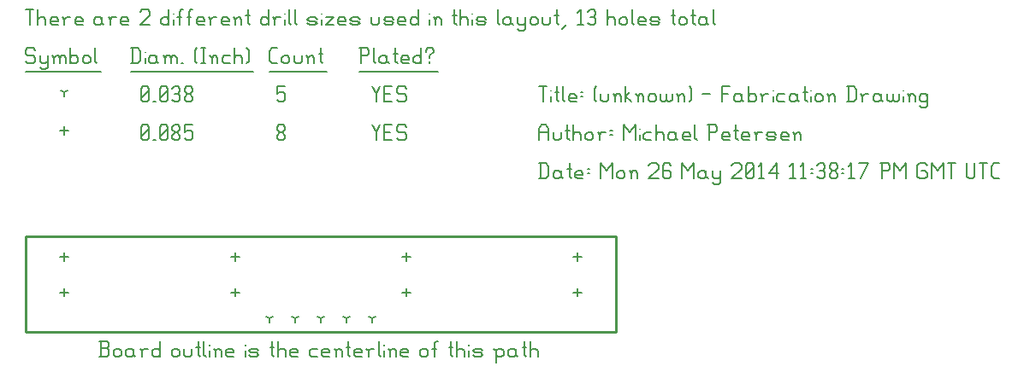
<source format=gbr>
G04 start of page 12 for group -3984 idx -3984 *
G04 Title: (unknown), fab *
G04 Creator: pcb 20110918 *
G04 CreationDate: Mon 26 May 2014 11:38:17 PM GMT UTC *
G04 For: railfan *
G04 Format: Gerber/RS-274X *
G04 PCB-Dimensions: 230000 37500 *
G04 PCB-Coordinate-Origin: lower left *
%MOIN*%
%FSLAX25Y25*%
%LNFAB*%
%ADD37C,0.0100*%
%ADD36C,0.0075*%
%ADD35C,0.0060*%
%ADD34C,0.0080*%
G54D34*X15000Y17200D02*Y14000D01*
X13400Y15600D02*X16600D01*
X15000Y31000D02*Y27800D01*
X13400Y29400D02*X16600D01*
X81700Y17200D02*Y14000D01*
X80100Y15600D02*X83300D01*
X81700Y31000D02*Y27800D01*
X80100Y29400D02*X83300D01*
X148300Y17200D02*Y14000D01*
X146700Y15600D02*X149900D01*
X148300Y31000D02*Y27800D01*
X146700Y29400D02*X149900D01*
X215000Y17200D02*Y14000D01*
X213400Y15600D02*X216600D01*
X215000Y31000D02*Y27800D01*
X213400Y29400D02*X216600D01*
X15000Y80350D02*Y77150D01*
X13400Y78750D02*X16600D01*
G54D35*X135000Y81000D02*X136500Y78000D01*
X138000Y81000D01*
X136500Y78000D02*Y75000D01*
X139800Y78300D02*X142050D01*
X139800Y75000D02*X142800D01*
X139800Y81000D02*Y75000D01*
Y81000D02*X142800D01*
X147600D02*X148350Y80250D01*
X145350Y81000D02*X147600D01*
X144600Y80250D02*X145350Y81000D01*
X144600Y80250D02*Y78750D01*
X145350Y78000D01*
X147600D01*
X148350Y77250D01*
Y75750D01*
X147600Y75000D02*X148350Y75750D01*
X145350Y75000D02*X147600D01*
X144600Y75750D02*X145350Y75000D01*
X98000Y75750D02*X98750Y75000D01*
X98000Y76950D02*Y75750D01*
Y76950D02*X99050Y78000D01*
X99950D01*
X101000Y76950D01*
Y75750D01*
X100250Y75000D02*X101000Y75750D01*
X98750Y75000D02*X100250D01*
X98000Y79050D02*X99050Y78000D01*
X98000Y80250D02*Y79050D01*
Y80250D02*X98750Y81000D01*
X100250D01*
X101000Y80250D01*
Y79050D01*
X99950Y78000D02*X101000Y79050D01*
X45000Y75750D02*X45750Y75000D01*
X45000Y80250D02*Y75750D01*
Y80250D02*X45750Y81000D01*
X47250D01*
X48000Y80250D01*
Y75750D01*
X47250Y75000D02*X48000Y75750D01*
X45750Y75000D02*X47250D01*
X45000Y76500D02*X48000Y79500D01*
X49800Y75000D02*X50550D01*
X52350Y75750D02*X53100Y75000D01*
X52350Y80250D02*Y75750D01*
Y80250D02*X53100Y81000D01*
X54600D01*
X55350Y80250D01*
Y75750D01*
X54600Y75000D02*X55350Y75750D01*
X53100Y75000D02*X54600D01*
X52350Y76500D02*X55350Y79500D01*
X57150Y75750D02*X57900Y75000D01*
X57150Y76950D02*Y75750D01*
Y76950D02*X58200Y78000D01*
X59100D01*
X60150Y76950D01*
Y75750D01*
X59400Y75000D02*X60150Y75750D01*
X57900Y75000D02*X59400D01*
X57150Y79050D02*X58200Y78000D01*
X57150Y80250D02*Y79050D01*
Y80250D02*X57900Y81000D01*
X59400D01*
X60150Y80250D01*
Y79050D01*
X59100Y78000D02*X60150Y79050D01*
X61950Y81000D02*X64950D01*
X61950D02*Y78000D01*
X62700Y78750D01*
X64200D01*
X64950Y78000D01*
Y75750D01*
X64200Y75000D02*X64950Y75750D01*
X62700Y75000D02*X64200D01*
X61950Y75750D02*X62700Y75000D01*
X135000Y5500D02*Y3900D01*
Y5500D02*X136387Y6300D01*
X135000Y5500D02*X133613Y6300D01*
X125000Y5500D02*Y3900D01*
Y5500D02*X126387Y6300D01*
X125000Y5500D02*X123613Y6300D01*
X115000Y5500D02*Y3900D01*
Y5500D02*X116387Y6300D01*
X115000Y5500D02*X113613Y6300D01*
X105000Y5500D02*Y3900D01*
Y5500D02*X106387Y6300D01*
X105000Y5500D02*X103613Y6300D01*
X95000Y5500D02*Y3900D01*
Y5500D02*X96387Y6300D01*
X95000Y5500D02*X93613Y6300D01*
X15000Y93750D02*Y92150D01*
Y93750D02*X16387Y94550D01*
X15000Y93750D02*X13613Y94550D01*
X135000Y96000D02*X136500Y93000D01*
X138000Y96000D01*
X136500Y93000D02*Y90000D01*
X139800Y93300D02*X142050D01*
X139800Y90000D02*X142800D01*
X139800Y96000D02*Y90000D01*
Y96000D02*X142800D01*
X147600D02*X148350Y95250D01*
X145350Y96000D02*X147600D01*
X144600Y95250D02*X145350Y96000D01*
X144600Y95250D02*Y93750D01*
X145350Y93000D01*
X147600D01*
X148350Y92250D01*
Y90750D01*
X147600Y90000D02*X148350Y90750D01*
X145350Y90000D02*X147600D01*
X144600Y90750D02*X145350Y90000D01*
X98000Y96000D02*X101000D01*
X98000D02*Y93000D01*
X98750Y93750D01*
X100250D01*
X101000Y93000D01*
Y90750D01*
X100250Y90000D02*X101000Y90750D01*
X98750Y90000D02*X100250D01*
X98000Y90750D02*X98750Y90000D01*
X45000Y90750D02*X45750Y90000D01*
X45000Y95250D02*Y90750D01*
Y95250D02*X45750Y96000D01*
X47250D01*
X48000Y95250D01*
Y90750D01*
X47250Y90000D02*X48000Y90750D01*
X45750Y90000D02*X47250D01*
X45000Y91500D02*X48000Y94500D01*
X49800Y90000D02*X50550D01*
X52350Y90750D02*X53100Y90000D01*
X52350Y95250D02*Y90750D01*
Y95250D02*X53100Y96000D01*
X54600D01*
X55350Y95250D01*
Y90750D01*
X54600Y90000D02*X55350Y90750D01*
X53100Y90000D02*X54600D01*
X52350Y91500D02*X55350Y94500D01*
X57150Y95250D02*X57900Y96000D01*
X59400D01*
X60150Y95250D01*
X59400Y90000D02*X60150Y90750D01*
X57900Y90000D02*X59400D01*
X57150Y90750D02*X57900Y90000D01*
Y93300D02*X59400D01*
X60150Y95250D02*Y94050D01*
Y92550D02*Y90750D01*
Y92550D02*X59400Y93300D01*
X60150Y94050D02*X59400Y93300D01*
X61950Y90750D02*X62700Y90000D01*
X61950Y91950D02*Y90750D01*
Y91950D02*X63000Y93000D01*
X63900D01*
X64950Y91950D01*
Y90750D01*
X64200Y90000D02*X64950Y90750D01*
X62700Y90000D02*X64200D01*
X61950Y94050D02*X63000Y93000D01*
X61950Y95250D02*Y94050D01*
Y95250D02*X62700Y96000D01*
X64200D01*
X64950Y95250D01*
Y94050D01*
X63900Y93000D02*X64950Y94050D01*
X3000Y111000D02*X3750Y110250D01*
X750Y111000D02*X3000D01*
X0Y110250D02*X750Y111000D01*
X0Y110250D02*Y108750D01*
X750Y108000D01*
X3000D01*
X3750Y107250D01*
Y105750D01*
X3000Y105000D02*X3750Y105750D01*
X750Y105000D02*X3000D01*
X0Y105750D02*X750Y105000D01*
X5550Y108000D02*Y105750D01*
X6300Y105000D01*
X8550Y108000D02*Y103500D01*
X7800Y102750D02*X8550Y103500D01*
X6300Y102750D02*X7800D01*
X5550Y103500D02*X6300Y102750D01*
Y105000D02*X7800D01*
X8550Y105750D01*
X11100Y107250D02*Y105000D01*
Y107250D02*X11850Y108000D01*
X12600D01*
X13350Y107250D01*
Y105000D01*
Y107250D02*X14100Y108000D01*
X14850D01*
X15600Y107250D01*
Y105000D01*
X10350Y108000D02*X11100Y107250D01*
X17400Y111000D02*Y105000D01*
Y105750D02*X18150Y105000D01*
X19650D01*
X20400Y105750D01*
Y107250D02*Y105750D01*
X19650Y108000D02*X20400Y107250D01*
X18150Y108000D02*X19650D01*
X17400Y107250D02*X18150Y108000D01*
X22200Y107250D02*Y105750D01*
Y107250D02*X22950Y108000D01*
X24450D01*
X25200Y107250D01*
Y105750D01*
X24450Y105000D02*X25200Y105750D01*
X22950Y105000D02*X24450D01*
X22200Y105750D02*X22950Y105000D01*
X27000Y111000D02*Y105750D01*
X27750Y105000D01*
X0Y101750D02*X29250D01*
X41750Y111000D02*Y105000D01*
X43700Y111000D02*X44750Y109950D01*
Y106050D01*
X43700Y105000D02*X44750Y106050D01*
X41000Y105000D02*X43700D01*
X41000Y111000D02*X43700D01*
G54D36*X46550Y109500D02*Y109350D01*
G54D35*Y107250D02*Y105000D01*
X50300Y108000D02*X51050Y107250D01*
X48800Y108000D02*X50300D01*
X48050Y107250D02*X48800Y108000D01*
X48050Y107250D02*Y105750D01*
X48800Y105000D01*
X51050Y108000D02*Y105750D01*
X51800Y105000D01*
X48800D02*X50300D01*
X51050Y105750D01*
X54350Y107250D02*Y105000D01*
Y107250D02*X55100Y108000D01*
X55850D01*
X56600Y107250D01*
Y105000D01*
Y107250D02*X57350Y108000D01*
X58100D01*
X58850Y107250D01*
Y105000D01*
X53600Y108000D02*X54350Y107250D01*
X60650Y105000D02*X61400D01*
X65900Y105750D02*X66650Y105000D01*
X65900Y110250D02*X66650Y111000D01*
X65900Y110250D02*Y105750D01*
X68450Y111000D02*X69950D01*
X69200D02*Y105000D01*
X68450D02*X69950D01*
X72500Y107250D02*Y105000D01*
Y107250D02*X73250Y108000D01*
X74000D01*
X74750Y107250D01*
Y105000D01*
X71750Y108000D02*X72500Y107250D01*
X77300Y108000D02*X79550D01*
X76550Y107250D02*X77300Y108000D01*
X76550Y107250D02*Y105750D01*
X77300Y105000D01*
X79550D01*
X81350Y111000D02*Y105000D01*
Y107250D02*X82100Y108000D01*
X83600D01*
X84350Y107250D01*
Y105000D01*
X86150Y111000D02*X86900Y110250D01*
Y105750D01*
X86150Y105000D02*X86900Y105750D01*
X41000Y101750D02*X88700D01*
X96050Y105000D02*X98000D01*
X95000Y106050D02*X96050Y105000D01*
X95000Y109950D02*Y106050D01*
Y109950D02*X96050Y111000D01*
X98000D01*
X99800Y107250D02*Y105750D01*
Y107250D02*X100550Y108000D01*
X102050D01*
X102800Y107250D01*
Y105750D01*
X102050Y105000D02*X102800Y105750D01*
X100550Y105000D02*X102050D01*
X99800Y105750D02*X100550Y105000D01*
X104600Y108000D02*Y105750D01*
X105350Y105000D01*
X106850D01*
X107600Y105750D01*
Y108000D02*Y105750D01*
X110150Y107250D02*Y105000D01*
Y107250D02*X110900Y108000D01*
X111650D01*
X112400Y107250D01*
Y105000D01*
X109400Y108000D02*X110150Y107250D01*
X114950Y111000D02*Y105750D01*
X115700Y105000D01*
X114200Y108750D02*X115700D01*
X95000Y101750D02*X117200D01*
X130750Y111000D02*Y105000D01*
X130000Y111000D02*X133000D01*
X133750Y110250D01*
Y108750D01*
X133000Y108000D02*X133750Y108750D01*
X130750Y108000D02*X133000D01*
X135550Y111000D02*Y105750D01*
X136300Y105000D01*
X140050Y108000D02*X140800Y107250D01*
X138550Y108000D02*X140050D01*
X137800Y107250D02*X138550Y108000D01*
X137800Y107250D02*Y105750D01*
X138550Y105000D01*
X140800Y108000D02*Y105750D01*
X141550Y105000D01*
X138550D02*X140050D01*
X140800Y105750D01*
X144100Y111000D02*Y105750D01*
X144850Y105000D01*
X143350Y108750D02*X144850D01*
X147100Y105000D02*X149350D01*
X146350Y105750D02*X147100Y105000D01*
X146350Y107250D02*Y105750D01*
Y107250D02*X147100Y108000D01*
X148600D01*
X149350Y107250D01*
X146350Y106500D02*X149350D01*
Y107250D02*Y106500D01*
X154150Y111000D02*Y105000D01*
X153400D02*X154150Y105750D01*
X151900Y105000D02*X153400D01*
X151150Y105750D02*X151900Y105000D01*
X151150Y107250D02*Y105750D01*
Y107250D02*X151900Y108000D01*
X153400D01*
X154150Y107250D01*
X157450Y108000D02*Y107250D01*
Y105750D02*Y105000D01*
X155950Y110250D02*Y109500D01*
Y110250D02*X156700Y111000D01*
X158200D01*
X158950Y110250D01*
Y109500D01*
X157450Y108000D02*X158950Y109500D01*
X130000Y101750D02*X160750D01*
X0Y126000D02*X3000D01*
X1500D02*Y120000D01*
X4800Y126000D02*Y120000D01*
Y122250D02*X5550Y123000D01*
X7050D01*
X7800Y122250D01*
Y120000D01*
X10350D02*X12600D01*
X9600Y120750D02*X10350Y120000D01*
X9600Y122250D02*Y120750D01*
Y122250D02*X10350Y123000D01*
X11850D01*
X12600Y122250D01*
X9600Y121500D02*X12600D01*
Y122250D02*Y121500D01*
X15150Y122250D02*Y120000D01*
Y122250D02*X15900Y123000D01*
X17400D01*
X14400D02*X15150Y122250D01*
X19950Y120000D02*X22200D01*
X19200Y120750D02*X19950Y120000D01*
X19200Y122250D02*Y120750D01*
Y122250D02*X19950Y123000D01*
X21450D01*
X22200Y122250D01*
X19200Y121500D02*X22200D01*
Y122250D02*Y121500D01*
X28950Y123000D02*X29700Y122250D01*
X27450Y123000D02*X28950D01*
X26700Y122250D02*X27450Y123000D01*
X26700Y122250D02*Y120750D01*
X27450Y120000D01*
X29700Y123000D02*Y120750D01*
X30450Y120000D01*
X27450D02*X28950D01*
X29700Y120750D01*
X33000Y122250D02*Y120000D01*
Y122250D02*X33750Y123000D01*
X35250D01*
X32250D02*X33000Y122250D01*
X37800Y120000D02*X40050D01*
X37050Y120750D02*X37800Y120000D01*
X37050Y122250D02*Y120750D01*
Y122250D02*X37800Y123000D01*
X39300D01*
X40050Y122250D01*
X37050Y121500D02*X40050D01*
Y122250D02*Y121500D01*
X44550Y125250D02*X45300Y126000D01*
X47550D01*
X48300Y125250D01*
Y123750D01*
X44550Y120000D02*X48300Y123750D01*
X44550Y120000D02*X48300D01*
X55800Y126000D02*Y120000D01*
X55050D02*X55800Y120750D01*
X53550Y120000D02*X55050D01*
X52800Y120750D02*X53550Y120000D01*
X52800Y122250D02*Y120750D01*
Y122250D02*X53550Y123000D01*
X55050D01*
X55800Y122250D01*
G54D36*X57600Y124500D02*Y124350D01*
G54D35*Y122250D02*Y120000D01*
X59850Y125250D02*Y120000D01*
Y125250D02*X60600Y126000D01*
X61350D01*
X59100Y123000D02*X60600D01*
X63600Y125250D02*Y120000D01*
Y125250D02*X64350Y126000D01*
X65100D01*
X62850Y123000D02*X64350D01*
X67350Y120000D02*X69600D01*
X66600Y120750D02*X67350Y120000D01*
X66600Y122250D02*Y120750D01*
Y122250D02*X67350Y123000D01*
X68850D01*
X69600Y122250D01*
X66600Y121500D02*X69600D01*
Y122250D02*Y121500D01*
X72150Y122250D02*Y120000D01*
Y122250D02*X72900Y123000D01*
X74400D01*
X71400D02*X72150Y122250D01*
X76950Y120000D02*X79200D01*
X76200Y120750D02*X76950Y120000D01*
X76200Y122250D02*Y120750D01*
Y122250D02*X76950Y123000D01*
X78450D01*
X79200Y122250D01*
X76200Y121500D02*X79200D01*
Y122250D02*Y121500D01*
X81750Y122250D02*Y120000D01*
Y122250D02*X82500Y123000D01*
X83250D01*
X84000Y122250D01*
Y120000D01*
X81000Y123000D02*X81750Y122250D01*
X86550Y126000D02*Y120750D01*
X87300Y120000D01*
X85800Y123750D02*X87300D01*
X94500Y126000D02*Y120000D01*
X93750D02*X94500Y120750D01*
X92250Y120000D02*X93750D01*
X91500Y120750D02*X92250Y120000D01*
X91500Y122250D02*Y120750D01*
Y122250D02*X92250Y123000D01*
X93750D01*
X94500Y122250D01*
X97050D02*Y120000D01*
Y122250D02*X97800Y123000D01*
X99300D01*
X96300D02*X97050Y122250D01*
G54D36*X101100Y124500D02*Y124350D01*
G54D35*Y122250D02*Y120000D01*
X102600Y126000D02*Y120750D01*
X103350Y120000D01*
X104850Y126000D02*Y120750D01*
X105600Y120000D01*
X110550D02*X112800D01*
X113550Y120750D01*
X112800Y121500D02*X113550Y120750D01*
X110550Y121500D02*X112800D01*
X109800Y122250D02*X110550Y121500D01*
X109800Y122250D02*X110550Y123000D01*
X112800D01*
X113550Y122250D01*
X109800Y120750D02*X110550Y120000D01*
G54D36*X115350Y124500D02*Y124350D01*
G54D35*Y122250D02*Y120000D01*
X116850Y123000D02*X119850D01*
X116850Y120000D02*X119850Y123000D01*
X116850Y120000D02*X119850D01*
X122400D02*X124650D01*
X121650Y120750D02*X122400Y120000D01*
X121650Y122250D02*Y120750D01*
Y122250D02*X122400Y123000D01*
X123900D01*
X124650Y122250D01*
X121650Y121500D02*X124650D01*
Y122250D02*Y121500D01*
X127200Y120000D02*X129450D01*
X130200Y120750D01*
X129450Y121500D02*X130200Y120750D01*
X127200Y121500D02*X129450D01*
X126450Y122250D02*X127200Y121500D01*
X126450Y122250D02*X127200Y123000D01*
X129450D01*
X130200Y122250D01*
X126450Y120750D02*X127200Y120000D01*
X134700Y123000D02*Y120750D01*
X135450Y120000D01*
X136950D01*
X137700Y120750D01*
Y123000D02*Y120750D01*
X140250Y120000D02*X142500D01*
X143250Y120750D01*
X142500Y121500D02*X143250Y120750D01*
X140250Y121500D02*X142500D01*
X139500Y122250D02*X140250Y121500D01*
X139500Y122250D02*X140250Y123000D01*
X142500D01*
X143250Y122250D01*
X139500Y120750D02*X140250Y120000D01*
X145800D02*X148050D01*
X145050Y120750D02*X145800Y120000D01*
X145050Y122250D02*Y120750D01*
Y122250D02*X145800Y123000D01*
X147300D01*
X148050Y122250D01*
X145050Y121500D02*X148050D01*
Y122250D02*Y121500D01*
X152850Y126000D02*Y120000D01*
X152100D02*X152850Y120750D01*
X150600Y120000D02*X152100D01*
X149850Y120750D02*X150600Y120000D01*
X149850Y122250D02*Y120750D01*
Y122250D02*X150600Y123000D01*
X152100D01*
X152850Y122250D01*
G54D36*X157350Y124500D02*Y124350D01*
G54D35*Y122250D02*Y120000D01*
X159600Y122250D02*Y120000D01*
Y122250D02*X160350Y123000D01*
X161100D01*
X161850Y122250D01*
Y120000D01*
X158850Y123000D02*X159600Y122250D01*
X167100Y126000D02*Y120750D01*
X167850Y120000D01*
X166350Y123750D02*X167850D01*
X169350Y126000D02*Y120000D01*
Y122250D02*X170100Y123000D01*
X171600D01*
X172350Y122250D01*
Y120000D01*
G54D36*X174150Y124500D02*Y124350D01*
G54D35*Y122250D02*Y120000D01*
X176400D02*X178650D01*
X179400Y120750D01*
X178650Y121500D02*X179400Y120750D01*
X176400Y121500D02*X178650D01*
X175650Y122250D02*X176400Y121500D01*
X175650Y122250D02*X176400Y123000D01*
X178650D01*
X179400Y122250D01*
X175650Y120750D02*X176400Y120000D01*
X183900Y126000D02*Y120750D01*
X184650Y120000D01*
X188400Y123000D02*X189150Y122250D01*
X186900Y123000D02*X188400D01*
X186150Y122250D02*X186900Y123000D01*
X186150Y122250D02*Y120750D01*
X186900Y120000D01*
X189150Y123000D02*Y120750D01*
X189900Y120000D01*
X186900D02*X188400D01*
X189150Y120750D01*
X191700Y123000D02*Y120750D01*
X192450Y120000D01*
X194700Y123000D02*Y118500D01*
X193950Y117750D02*X194700Y118500D01*
X192450Y117750D02*X193950D01*
X191700Y118500D02*X192450Y117750D01*
Y120000D02*X193950D01*
X194700Y120750D01*
X196500Y122250D02*Y120750D01*
Y122250D02*X197250Y123000D01*
X198750D01*
X199500Y122250D01*
Y120750D01*
X198750Y120000D02*X199500Y120750D01*
X197250Y120000D02*X198750D01*
X196500Y120750D02*X197250Y120000D01*
X201300Y123000D02*Y120750D01*
X202050Y120000D01*
X203550D01*
X204300Y120750D01*
Y123000D02*Y120750D01*
X206850Y126000D02*Y120750D01*
X207600Y120000D01*
X206100Y123750D02*X207600D01*
X209100Y118500D02*X210600Y120000D01*
X215100Y124800D02*X216300Y126000D01*
Y120000D01*
X215100D02*X217350D01*
X219150Y125250D02*X219900Y126000D01*
X221400D01*
X222150Y125250D01*
X221400Y120000D02*X222150Y120750D01*
X219900Y120000D02*X221400D01*
X219150Y120750D02*X219900Y120000D01*
Y123300D02*X221400D01*
X222150Y125250D02*Y124050D01*
Y122550D02*Y120750D01*
Y122550D02*X221400Y123300D01*
X222150Y124050D02*X221400Y123300D01*
X226650Y126000D02*Y120000D01*
Y122250D02*X227400Y123000D01*
X228900D01*
X229650Y122250D01*
Y120000D01*
X231450Y122250D02*Y120750D01*
Y122250D02*X232200Y123000D01*
X233700D01*
X234450Y122250D01*
Y120750D01*
X233700Y120000D02*X234450Y120750D01*
X232200Y120000D02*X233700D01*
X231450Y120750D02*X232200Y120000D01*
X236250Y126000D02*Y120750D01*
X237000Y120000D01*
X239250D02*X241500D01*
X238500Y120750D02*X239250Y120000D01*
X238500Y122250D02*Y120750D01*
Y122250D02*X239250Y123000D01*
X240750D01*
X241500Y122250D01*
X238500Y121500D02*X241500D01*
Y122250D02*Y121500D01*
X244050Y120000D02*X246300D01*
X247050Y120750D01*
X246300Y121500D02*X247050Y120750D01*
X244050Y121500D02*X246300D01*
X243300Y122250D02*X244050Y121500D01*
X243300Y122250D02*X244050Y123000D01*
X246300D01*
X247050Y122250D01*
X243300Y120750D02*X244050Y120000D01*
X252300Y126000D02*Y120750D01*
X253050Y120000D01*
X251550Y123750D02*X253050D01*
X254550Y122250D02*Y120750D01*
Y122250D02*X255300Y123000D01*
X256800D01*
X257550Y122250D01*
Y120750D01*
X256800Y120000D02*X257550Y120750D01*
X255300Y120000D02*X256800D01*
X254550Y120750D02*X255300Y120000D01*
X260100Y126000D02*Y120750D01*
X260850Y120000D01*
X259350Y123750D02*X260850D01*
X264600Y123000D02*X265350Y122250D01*
X263100Y123000D02*X264600D01*
X262350Y122250D02*X263100Y123000D01*
X262350Y122250D02*Y120750D01*
X263100Y120000D01*
X265350Y123000D02*Y120750D01*
X266100Y120000D01*
X263100D02*X264600D01*
X265350Y120750D01*
X267900Y126000D02*Y120750D01*
X268650Y120000D01*
G54D37*X0Y37500D02*X230000D01*
Y0D01*
X0D01*
Y37500D01*
G54D35*X28675Y-9500D02*X31675D01*
X32425Y-8750D01*
Y-6950D02*Y-8750D01*
X31675Y-6200D02*X32425Y-6950D01*
X29425Y-6200D02*X31675D01*
X29425Y-3500D02*Y-9500D01*
X28675Y-3500D02*X31675D01*
X32425Y-4250D01*
Y-5450D01*
X31675Y-6200D02*X32425Y-5450D01*
X34225Y-7250D02*Y-8750D01*
Y-7250D02*X34975Y-6500D01*
X36475D01*
X37225Y-7250D01*
Y-8750D01*
X36475Y-9500D02*X37225Y-8750D01*
X34975Y-9500D02*X36475D01*
X34225Y-8750D02*X34975Y-9500D01*
X41275Y-6500D02*X42025Y-7250D01*
X39775Y-6500D02*X41275D01*
X39025Y-7250D02*X39775Y-6500D01*
X39025Y-7250D02*Y-8750D01*
X39775Y-9500D01*
X42025Y-6500D02*Y-8750D01*
X42775Y-9500D01*
X39775D02*X41275D01*
X42025Y-8750D01*
X45325Y-7250D02*Y-9500D01*
Y-7250D02*X46075Y-6500D01*
X47575D01*
X44575D02*X45325Y-7250D01*
X52375Y-3500D02*Y-9500D01*
X51625D02*X52375Y-8750D01*
X50125Y-9500D02*X51625D01*
X49375Y-8750D02*X50125Y-9500D01*
X49375Y-7250D02*Y-8750D01*
Y-7250D02*X50125Y-6500D01*
X51625D01*
X52375Y-7250D01*
X56875D02*Y-8750D01*
Y-7250D02*X57625Y-6500D01*
X59125D01*
X59875Y-7250D01*
Y-8750D01*
X59125Y-9500D02*X59875Y-8750D01*
X57625Y-9500D02*X59125D01*
X56875Y-8750D02*X57625Y-9500D01*
X61675Y-6500D02*Y-8750D01*
X62425Y-9500D01*
X63925D01*
X64675Y-8750D01*
Y-6500D02*Y-8750D01*
X67225Y-3500D02*Y-8750D01*
X67975Y-9500D01*
X66475Y-5750D02*X67975D01*
X69475Y-3500D02*Y-8750D01*
X70225Y-9500D01*
G54D36*X71725Y-5000D02*Y-5150D01*
G54D35*Y-7250D02*Y-9500D01*
X73975Y-7250D02*Y-9500D01*
Y-7250D02*X74725Y-6500D01*
X75475D01*
X76225Y-7250D01*
Y-9500D01*
X73225Y-6500D02*X73975Y-7250D01*
X78775Y-9500D02*X81025D01*
X78025Y-8750D02*X78775Y-9500D01*
X78025Y-7250D02*Y-8750D01*
Y-7250D02*X78775Y-6500D01*
X80275D01*
X81025Y-7250D01*
X78025Y-8000D02*X81025D01*
Y-7250D02*Y-8000D01*
G54D36*X85525Y-5000D02*Y-5150D01*
G54D35*Y-7250D02*Y-9500D01*
X87775D02*X90025D01*
X90775Y-8750D01*
X90025Y-8000D02*X90775Y-8750D01*
X87775Y-8000D02*X90025D01*
X87025Y-7250D02*X87775Y-8000D01*
X87025Y-7250D02*X87775Y-6500D01*
X90025D01*
X90775Y-7250D01*
X87025Y-8750D02*X87775Y-9500D01*
X96025Y-3500D02*Y-8750D01*
X96775Y-9500D01*
X95275Y-5750D02*X96775D01*
X98275Y-3500D02*Y-9500D01*
Y-7250D02*X99025Y-6500D01*
X100525D01*
X101275Y-7250D01*
Y-9500D01*
X103825D02*X106075D01*
X103075Y-8750D02*X103825Y-9500D01*
X103075Y-7250D02*Y-8750D01*
Y-7250D02*X103825Y-6500D01*
X105325D01*
X106075Y-7250D01*
X103075Y-8000D02*X106075D01*
Y-7250D02*Y-8000D01*
X111325Y-6500D02*X113575D01*
X110575Y-7250D02*X111325Y-6500D01*
X110575Y-7250D02*Y-8750D01*
X111325Y-9500D01*
X113575D01*
X116125D02*X118375D01*
X115375Y-8750D02*X116125Y-9500D01*
X115375Y-7250D02*Y-8750D01*
Y-7250D02*X116125Y-6500D01*
X117625D01*
X118375Y-7250D01*
X115375Y-8000D02*X118375D01*
Y-7250D02*Y-8000D01*
X120925Y-7250D02*Y-9500D01*
Y-7250D02*X121675Y-6500D01*
X122425D01*
X123175Y-7250D01*
Y-9500D01*
X120175Y-6500D02*X120925Y-7250D01*
X125725Y-3500D02*Y-8750D01*
X126475Y-9500D01*
X124975Y-5750D02*X126475D01*
X128725Y-9500D02*X130975D01*
X127975Y-8750D02*X128725Y-9500D01*
X127975Y-7250D02*Y-8750D01*
Y-7250D02*X128725Y-6500D01*
X130225D01*
X130975Y-7250D01*
X127975Y-8000D02*X130975D01*
Y-7250D02*Y-8000D01*
X133525Y-7250D02*Y-9500D01*
Y-7250D02*X134275Y-6500D01*
X135775D01*
X132775D02*X133525Y-7250D01*
X137575Y-3500D02*Y-8750D01*
X138325Y-9500D01*
G54D36*X139825Y-5000D02*Y-5150D01*
G54D35*Y-7250D02*Y-9500D01*
X142075Y-7250D02*Y-9500D01*
Y-7250D02*X142825Y-6500D01*
X143575D01*
X144325Y-7250D01*
Y-9500D01*
X141325Y-6500D02*X142075Y-7250D01*
X146875Y-9500D02*X149125D01*
X146125Y-8750D02*X146875Y-9500D01*
X146125Y-7250D02*Y-8750D01*
Y-7250D02*X146875Y-6500D01*
X148375D01*
X149125Y-7250D01*
X146125Y-8000D02*X149125D01*
Y-7250D02*Y-8000D01*
X153625Y-7250D02*Y-8750D01*
Y-7250D02*X154375Y-6500D01*
X155875D01*
X156625Y-7250D01*
Y-8750D01*
X155875Y-9500D02*X156625Y-8750D01*
X154375Y-9500D02*X155875D01*
X153625Y-8750D02*X154375Y-9500D01*
X159175Y-4250D02*Y-9500D01*
Y-4250D02*X159925Y-3500D01*
X160675D01*
X158425Y-6500D02*X159925D01*
X165625Y-3500D02*Y-8750D01*
X166375Y-9500D01*
X164875Y-5750D02*X166375D01*
X167875Y-3500D02*Y-9500D01*
Y-7250D02*X168625Y-6500D01*
X170125D01*
X170875Y-7250D01*
Y-9500D01*
G54D36*X172675Y-5000D02*Y-5150D01*
G54D35*Y-7250D02*Y-9500D01*
X174925D02*X177175D01*
X177925Y-8750D01*
X177175Y-8000D02*X177925Y-8750D01*
X174925Y-8000D02*X177175D01*
X174175Y-7250D02*X174925Y-8000D01*
X174175Y-7250D02*X174925Y-6500D01*
X177175D01*
X177925Y-7250D01*
X174175Y-8750D02*X174925Y-9500D01*
X183175Y-7250D02*Y-11750D01*
X182425Y-6500D02*X183175Y-7250D01*
X183925Y-6500D01*
X185425D01*
X186175Y-7250D01*
Y-8750D01*
X185425Y-9500D02*X186175Y-8750D01*
X183925Y-9500D02*X185425D01*
X183175Y-8750D02*X183925Y-9500D01*
X190225Y-6500D02*X190975Y-7250D01*
X188725Y-6500D02*X190225D01*
X187975Y-7250D02*X188725Y-6500D01*
X187975Y-7250D02*Y-8750D01*
X188725Y-9500D01*
X190975Y-6500D02*Y-8750D01*
X191725Y-9500D01*
X188725D02*X190225D01*
X190975Y-8750D01*
X194275Y-3500D02*Y-8750D01*
X195025Y-9500D01*
X193525Y-5750D02*X195025D01*
X196525Y-3500D02*Y-9500D01*
Y-7250D02*X197275Y-6500D01*
X198775D01*
X199525Y-7250D01*
Y-9500D01*
X200750Y66000D02*Y60000D01*
X202700Y66000D02*X203750Y64950D01*
Y61050D01*
X202700Y60000D02*X203750Y61050D01*
X200000Y60000D02*X202700D01*
X200000Y66000D02*X202700D01*
X207800Y63000D02*X208550Y62250D01*
X206300Y63000D02*X207800D01*
X205550Y62250D02*X206300Y63000D01*
X205550Y62250D02*Y60750D01*
X206300Y60000D01*
X208550Y63000D02*Y60750D01*
X209300Y60000D01*
X206300D02*X207800D01*
X208550Y60750D01*
X211850Y66000D02*Y60750D01*
X212600Y60000D01*
X211100Y63750D02*X212600D01*
X214850Y60000D02*X217100D01*
X214100Y60750D02*X214850Y60000D01*
X214100Y62250D02*Y60750D01*
Y62250D02*X214850Y63000D01*
X216350D01*
X217100Y62250D01*
X214100Y61500D02*X217100D01*
Y62250D02*Y61500D01*
X218900Y63750D02*X219650D01*
X218900Y62250D02*X219650D01*
X224150Y66000D02*Y60000D01*
Y66000D02*X226400Y63000D01*
X228650Y66000D01*
Y60000D01*
X230450Y62250D02*Y60750D01*
Y62250D02*X231200Y63000D01*
X232700D01*
X233450Y62250D01*
Y60750D01*
X232700Y60000D02*X233450Y60750D01*
X231200Y60000D02*X232700D01*
X230450Y60750D02*X231200Y60000D01*
X236000Y62250D02*Y60000D01*
Y62250D02*X236750Y63000D01*
X237500D01*
X238250Y62250D01*
Y60000D01*
X235250Y63000D02*X236000Y62250D01*
X242750Y65250D02*X243500Y66000D01*
X245750D01*
X246500Y65250D01*
Y63750D01*
X242750Y60000D02*X246500Y63750D01*
X242750Y60000D02*X246500D01*
X250550Y66000D02*X251300Y65250D01*
X249050Y66000D02*X250550D01*
X248300Y65250D02*X249050Y66000D01*
X248300Y65250D02*Y60750D01*
X249050Y60000D01*
X250550Y63300D02*X251300Y62550D01*
X248300Y63300D02*X250550D01*
X249050Y60000D02*X250550D01*
X251300Y60750D01*
Y62550D02*Y60750D01*
X255800Y66000D02*Y60000D01*
Y66000D02*X258050Y63000D01*
X260300Y66000D01*
Y60000D01*
X264350Y63000D02*X265100Y62250D01*
X262850Y63000D02*X264350D01*
X262100Y62250D02*X262850Y63000D01*
X262100Y62250D02*Y60750D01*
X262850Y60000D01*
X265100Y63000D02*Y60750D01*
X265850Y60000D01*
X262850D02*X264350D01*
X265100Y60750D01*
X267650Y63000D02*Y60750D01*
X268400Y60000D01*
X270650Y63000D02*Y58500D01*
X269900Y57750D02*X270650Y58500D01*
X268400Y57750D02*X269900D01*
X267650Y58500D02*X268400Y57750D01*
Y60000D02*X269900D01*
X270650Y60750D01*
X275150Y65250D02*X275900Y66000D01*
X278150D01*
X278900Y65250D01*
Y63750D01*
X275150Y60000D02*X278900Y63750D01*
X275150Y60000D02*X278900D01*
X280700Y60750D02*X281450Y60000D01*
X280700Y65250D02*Y60750D01*
Y65250D02*X281450Y66000D01*
X282950D01*
X283700Y65250D01*
Y60750D01*
X282950Y60000D02*X283700Y60750D01*
X281450Y60000D02*X282950D01*
X280700Y61500D02*X283700Y64500D01*
X285500Y64800D02*X286700Y66000D01*
Y60000D01*
X285500D02*X287750D01*
X289550Y62250D02*X292550Y66000D01*
X289550Y62250D02*X293300D01*
X292550Y66000D02*Y60000D01*
X297800Y64800D02*X299000Y66000D01*
Y60000D01*
X297800D02*X300050D01*
X301850Y64800D02*X303050Y66000D01*
Y60000D01*
X301850D02*X304100D01*
X305900Y63750D02*X306650D01*
X305900Y62250D02*X306650D01*
X308450Y65250D02*X309200Y66000D01*
X310700D01*
X311450Y65250D01*
X310700Y60000D02*X311450Y60750D01*
X309200Y60000D02*X310700D01*
X308450Y60750D02*X309200Y60000D01*
Y63300D02*X310700D01*
X311450Y65250D02*Y64050D01*
Y62550D02*Y60750D01*
Y62550D02*X310700Y63300D01*
X311450Y64050D02*X310700Y63300D01*
X313250Y60750D02*X314000Y60000D01*
X313250Y61950D02*Y60750D01*
Y61950D02*X314300Y63000D01*
X315200D01*
X316250Y61950D01*
Y60750D01*
X315500Y60000D02*X316250Y60750D01*
X314000Y60000D02*X315500D01*
X313250Y64050D02*X314300Y63000D01*
X313250Y65250D02*Y64050D01*
Y65250D02*X314000Y66000D01*
X315500D01*
X316250Y65250D01*
Y64050D01*
X315200Y63000D02*X316250Y64050D01*
X318050Y63750D02*X318800D01*
X318050Y62250D02*X318800D01*
X320600Y64800D02*X321800Y66000D01*
Y60000D01*
X320600D02*X322850D01*
X325400D02*X328400Y66000D01*
X324650D02*X328400D01*
X333650D02*Y60000D01*
X332900Y66000D02*X335900D01*
X336650Y65250D01*
Y63750D01*
X335900Y63000D02*X336650Y63750D01*
X333650Y63000D02*X335900D01*
X338450Y66000D02*Y60000D01*
Y66000D02*X340700Y63000D01*
X342950Y66000D01*
Y60000D01*
X350450Y66000D02*X351200Y65250D01*
X348200Y66000D02*X350450D01*
X347450Y65250D02*X348200Y66000D01*
X347450Y65250D02*Y60750D01*
X348200Y60000D01*
X350450D01*
X351200Y60750D01*
Y62250D02*Y60750D01*
X350450Y63000D02*X351200Y62250D01*
X348950Y63000D02*X350450D01*
X353000Y66000D02*Y60000D01*
Y66000D02*X355250Y63000D01*
X357500Y66000D01*
Y60000D01*
X359300Y66000D02*X362300D01*
X360800D02*Y60000D01*
X366800Y66000D02*Y60750D01*
X367550Y60000D01*
X369050D01*
X369800Y60750D01*
Y66000D02*Y60750D01*
X371600Y66000D02*X374600D01*
X373100D02*Y60000D01*
X377450D02*X379400D01*
X376400Y61050D02*X377450Y60000D01*
X376400Y64950D02*Y61050D01*
Y64950D02*X377450Y66000D01*
X379400D01*
X200000Y79500D02*Y75000D01*
Y79500D02*X201050Y81000D01*
X202700D01*
X203750Y79500D01*
Y75000D01*
X200000Y78000D02*X203750D01*
X205550D02*Y75750D01*
X206300Y75000D01*
X207800D01*
X208550Y75750D01*
Y78000D02*Y75750D01*
X211100Y81000D02*Y75750D01*
X211850Y75000D01*
X210350Y78750D02*X211850D01*
X213350Y81000D02*Y75000D01*
Y77250D02*X214100Y78000D01*
X215600D01*
X216350Y77250D01*
Y75000D01*
X218150Y77250D02*Y75750D01*
Y77250D02*X218900Y78000D01*
X220400D01*
X221150Y77250D01*
Y75750D01*
X220400Y75000D02*X221150Y75750D01*
X218900Y75000D02*X220400D01*
X218150Y75750D02*X218900Y75000D01*
X223700Y77250D02*Y75000D01*
Y77250D02*X224450Y78000D01*
X225950D01*
X222950D02*X223700Y77250D01*
X227750Y78750D02*X228500D01*
X227750Y77250D02*X228500D01*
X233000Y81000D02*Y75000D01*
Y81000D02*X235250Y78000D01*
X237500Y81000D01*
Y75000D01*
G54D36*X239300Y79500D02*Y79350D01*
G54D35*Y77250D02*Y75000D01*
X241550Y78000D02*X243800D01*
X240800Y77250D02*X241550Y78000D01*
X240800Y77250D02*Y75750D01*
X241550Y75000D01*
X243800D01*
X245600Y81000D02*Y75000D01*
Y77250D02*X246350Y78000D01*
X247850D01*
X248600Y77250D01*
Y75000D01*
X252650Y78000D02*X253400Y77250D01*
X251150Y78000D02*X252650D01*
X250400Y77250D02*X251150Y78000D01*
X250400Y77250D02*Y75750D01*
X251150Y75000D01*
X253400Y78000D02*Y75750D01*
X254150Y75000D01*
X251150D02*X252650D01*
X253400Y75750D01*
X256700Y75000D02*X258950D01*
X255950Y75750D02*X256700Y75000D01*
X255950Y77250D02*Y75750D01*
Y77250D02*X256700Y78000D01*
X258200D01*
X258950Y77250D01*
X255950Y76500D02*X258950D01*
Y77250D02*Y76500D01*
X260750Y81000D02*Y75750D01*
X261500Y75000D01*
X266450Y81000D02*Y75000D01*
X265700Y81000D02*X268700D01*
X269450Y80250D01*
Y78750D01*
X268700Y78000D02*X269450Y78750D01*
X266450Y78000D02*X268700D01*
X272000Y75000D02*X274250D01*
X271250Y75750D02*X272000Y75000D01*
X271250Y77250D02*Y75750D01*
Y77250D02*X272000Y78000D01*
X273500D01*
X274250Y77250D01*
X271250Y76500D02*X274250D01*
Y77250D02*Y76500D01*
X276800Y81000D02*Y75750D01*
X277550Y75000D01*
X276050Y78750D02*X277550D01*
X279800Y75000D02*X282050D01*
X279050Y75750D02*X279800Y75000D01*
X279050Y77250D02*Y75750D01*
Y77250D02*X279800Y78000D01*
X281300D01*
X282050Y77250D01*
X279050Y76500D02*X282050D01*
Y77250D02*Y76500D01*
X284600Y77250D02*Y75000D01*
Y77250D02*X285350Y78000D01*
X286850D01*
X283850D02*X284600Y77250D01*
X289400Y75000D02*X291650D01*
X292400Y75750D01*
X291650Y76500D02*X292400Y75750D01*
X289400Y76500D02*X291650D01*
X288650Y77250D02*X289400Y76500D01*
X288650Y77250D02*X289400Y78000D01*
X291650D01*
X292400Y77250D01*
X288650Y75750D02*X289400Y75000D01*
X294950D02*X297200D01*
X294200Y75750D02*X294950Y75000D01*
X294200Y77250D02*Y75750D01*
Y77250D02*X294950Y78000D01*
X296450D01*
X297200Y77250D01*
X294200Y76500D02*X297200D01*
Y77250D02*Y76500D01*
X299750Y77250D02*Y75000D01*
Y77250D02*X300500Y78000D01*
X301250D01*
X302000Y77250D01*
Y75000D01*
X299000Y78000D02*X299750Y77250D01*
X200000Y96000D02*X203000D01*
X201500D02*Y90000D01*
G54D36*X204800Y94500D02*Y94350D01*
G54D35*Y92250D02*Y90000D01*
X207050Y96000D02*Y90750D01*
X207800Y90000D01*
X206300Y93750D02*X207800D01*
X209300Y96000D02*Y90750D01*
X210050Y90000D01*
X212300D02*X214550D01*
X211550Y90750D02*X212300Y90000D01*
X211550Y92250D02*Y90750D01*
Y92250D02*X212300Y93000D01*
X213800D01*
X214550Y92250D01*
X211550Y91500D02*X214550D01*
Y92250D02*Y91500D01*
X216350Y93750D02*X217100D01*
X216350Y92250D02*X217100D01*
X221600Y90750D02*X222350Y90000D01*
X221600Y95250D02*X222350Y96000D01*
X221600Y95250D02*Y90750D01*
X224150Y93000D02*Y90750D01*
X224900Y90000D01*
X226400D01*
X227150Y90750D01*
Y93000D02*Y90750D01*
X229700Y92250D02*Y90000D01*
Y92250D02*X230450Y93000D01*
X231200D01*
X231950Y92250D01*
Y90000D01*
X228950Y93000D02*X229700Y92250D01*
X233750Y96000D02*Y90000D01*
Y92250D02*X236000Y90000D01*
X233750Y92250D02*X235250Y93750D01*
X238550Y92250D02*Y90000D01*
Y92250D02*X239300Y93000D01*
X240050D01*
X240800Y92250D01*
Y90000D01*
X237800Y93000D02*X238550Y92250D01*
X242600D02*Y90750D01*
Y92250D02*X243350Y93000D01*
X244850D01*
X245600Y92250D01*
Y90750D01*
X244850Y90000D02*X245600Y90750D01*
X243350Y90000D02*X244850D01*
X242600Y90750D02*X243350Y90000D01*
X247400Y93000D02*Y90750D01*
X248150Y90000D01*
X248900D01*
X249650Y90750D01*
Y93000D02*Y90750D01*
X250400Y90000D01*
X251150D01*
X251900Y90750D01*
Y93000D02*Y90750D01*
X254450Y92250D02*Y90000D01*
Y92250D02*X255200Y93000D01*
X255950D01*
X256700Y92250D01*
Y90000D01*
X253700Y93000D02*X254450Y92250D01*
X258500Y96000D02*X259250Y95250D01*
Y90750D01*
X258500Y90000D02*X259250Y90750D01*
X263750Y93000D02*X266750D01*
X271250Y96000D02*Y90000D01*
Y96000D02*X274250D01*
X271250Y93300D02*X273500D01*
X278300Y93000D02*X279050Y92250D01*
X276800Y93000D02*X278300D01*
X276050Y92250D02*X276800Y93000D01*
X276050Y92250D02*Y90750D01*
X276800Y90000D01*
X279050Y93000D02*Y90750D01*
X279800Y90000D01*
X276800D02*X278300D01*
X279050Y90750D01*
X281600Y96000D02*Y90000D01*
Y90750D02*X282350Y90000D01*
X283850D01*
X284600Y90750D01*
Y92250D02*Y90750D01*
X283850Y93000D02*X284600Y92250D01*
X282350Y93000D02*X283850D01*
X281600Y92250D02*X282350Y93000D01*
X287150Y92250D02*Y90000D01*
Y92250D02*X287900Y93000D01*
X289400D01*
X286400D02*X287150Y92250D01*
G54D36*X291200Y94500D02*Y94350D01*
G54D35*Y92250D02*Y90000D01*
X293450Y93000D02*X295700D01*
X292700Y92250D02*X293450Y93000D01*
X292700Y92250D02*Y90750D01*
X293450Y90000D01*
X295700D01*
X299750Y93000D02*X300500Y92250D01*
X298250Y93000D02*X299750D01*
X297500Y92250D02*X298250Y93000D01*
X297500Y92250D02*Y90750D01*
X298250Y90000D01*
X300500Y93000D02*Y90750D01*
X301250Y90000D01*
X298250D02*X299750D01*
X300500Y90750D01*
X303800Y96000D02*Y90750D01*
X304550Y90000D01*
X303050Y93750D02*X304550D01*
G54D36*X306050Y94500D02*Y94350D01*
G54D35*Y92250D02*Y90000D01*
X307550Y92250D02*Y90750D01*
Y92250D02*X308300Y93000D01*
X309800D01*
X310550Y92250D01*
Y90750D01*
X309800Y90000D02*X310550Y90750D01*
X308300Y90000D02*X309800D01*
X307550Y90750D02*X308300Y90000D01*
X313100Y92250D02*Y90000D01*
Y92250D02*X313850Y93000D01*
X314600D01*
X315350Y92250D01*
Y90000D01*
X312350Y93000D02*X313100Y92250D01*
X320600Y96000D02*Y90000D01*
X322550Y96000D02*X323600Y94950D01*
Y91050D01*
X322550Y90000D02*X323600Y91050D01*
X319850Y90000D02*X322550D01*
X319850Y96000D02*X322550D01*
X326150Y92250D02*Y90000D01*
Y92250D02*X326900Y93000D01*
X328400D01*
X325400D02*X326150Y92250D01*
X332450Y93000D02*X333200Y92250D01*
X330950Y93000D02*X332450D01*
X330200Y92250D02*X330950Y93000D01*
X330200Y92250D02*Y90750D01*
X330950Y90000D01*
X333200Y93000D02*Y90750D01*
X333950Y90000D01*
X330950D02*X332450D01*
X333200Y90750D01*
X335750Y93000D02*Y90750D01*
X336500Y90000D01*
X337250D01*
X338000Y90750D01*
Y93000D02*Y90750D01*
X338750Y90000D01*
X339500D01*
X340250Y90750D01*
Y93000D02*Y90750D01*
G54D36*X342050Y94500D02*Y94350D01*
G54D35*Y92250D02*Y90000D01*
X344300Y92250D02*Y90000D01*
Y92250D02*X345050Y93000D01*
X345800D01*
X346550Y92250D01*
Y90000D01*
X343550Y93000D02*X344300Y92250D01*
X350600Y93000D02*X351350Y92250D01*
X349100Y93000D02*X350600D01*
X348350Y92250D02*X349100Y93000D01*
X348350Y92250D02*Y90750D01*
X349100Y90000D01*
X350600D01*
X351350Y90750D01*
X348350Y88500D02*X349100Y87750D01*
X350600D01*
X351350Y88500D01*
Y93000D02*Y88500D01*
M02*

</source>
